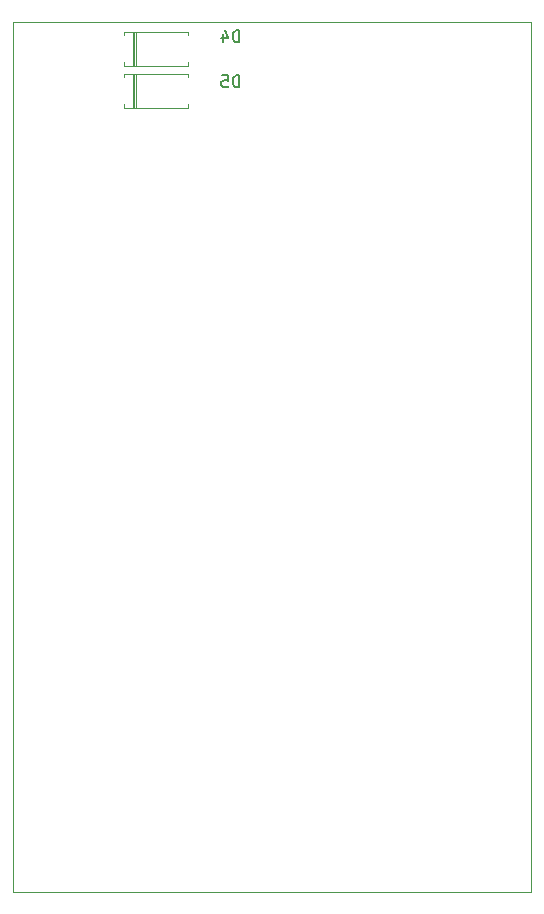
<source format=gbr>
%TF.GenerationSoftware,KiCad,Pcbnew,(5.1.6-0-10_14)*%
%TF.CreationDate,2021-03-30T09:56:54-05:00*%
%TF.ProjectId,bluepill_scsi,626c7565-7069-46c6-9c5f-736373692e6b,rev?*%
%TF.SameCoordinates,Original*%
%TF.FileFunction,Legend,Bot*%
%TF.FilePolarity,Positive*%
%FSLAX46Y46*%
G04 Gerber Fmt 4.6, Leading zero omitted, Abs format (unit mm)*
G04 Created by KiCad (PCBNEW (5.1.6-0-10_14)) date 2021-03-30 09:56:54*
%MOMM*%
%LPD*%
G01*
G04 APERTURE LIST*
%TA.AperFunction,Profile*%
%ADD10C,0.050000*%
%TD*%
%ADD11C,0.120000*%
%ADD12C,0.150000*%
G04 APERTURE END LIST*
D10*
X71755000Y-149225000D02*
X71120000Y-149225000D01*
X71120000Y-147955000D02*
X71120000Y-149225000D01*
X114935000Y-149225000D02*
X71755000Y-149225000D01*
X114935000Y-147955000D02*
X114935000Y-149225000D01*
X114935000Y-75565000D02*
X71120000Y-75565000D01*
X114935000Y-147955000D02*
X114935000Y-75565000D01*
X71120000Y-147955000D02*
X71120000Y-75565000D01*
D11*
%TO.C,D4*%
X80465000Y-78991000D02*
X80465000Y-79321000D01*
X80465000Y-79321000D02*
X85905000Y-79321000D01*
X85905000Y-79321000D02*
X85905000Y-78991000D01*
X80465000Y-76711000D02*
X80465000Y-76381000D01*
X80465000Y-76381000D02*
X85905000Y-76381000D01*
X85905000Y-76381000D02*
X85905000Y-76711000D01*
X81365000Y-79321000D02*
X81365000Y-76381000D01*
X81485000Y-79321000D02*
X81485000Y-76381000D01*
X81245000Y-79321000D02*
X81245000Y-76381000D01*
%TO.C,D5*%
X81245000Y-82877000D02*
X81245000Y-79937000D01*
X81485000Y-82877000D02*
X81485000Y-79937000D01*
X81365000Y-82877000D02*
X81365000Y-79937000D01*
X85905000Y-79937000D02*
X85905000Y-80267000D01*
X80465000Y-79937000D02*
X85905000Y-79937000D01*
X80465000Y-80267000D02*
X80465000Y-79937000D01*
X85905000Y-82877000D02*
X85905000Y-82547000D01*
X80465000Y-82877000D02*
X85905000Y-82877000D01*
X80465000Y-82547000D02*
X80465000Y-82877000D01*
%TD*%
%TO.C,D4*%
D12*
X90273095Y-77287380D02*
X90273095Y-76287380D01*
X90035000Y-76287380D01*
X89892142Y-76335000D01*
X89796904Y-76430238D01*
X89749285Y-76525476D01*
X89701666Y-76715952D01*
X89701666Y-76858809D01*
X89749285Y-77049285D01*
X89796904Y-77144523D01*
X89892142Y-77239761D01*
X90035000Y-77287380D01*
X90273095Y-77287380D01*
X88844523Y-76620714D02*
X88844523Y-77287380D01*
X89082619Y-76239761D02*
X89320714Y-76954047D01*
X88701666Y-76954047D01*
%TO.C,D5*%
X90273095Y-81097380D02*
X90273095Y-80097380D01*
X90035000Y-80097380D01*
X89892142Y-80145000D01*
X89796904Y-80240238D01*
X89749285Y-80335476D01*
X89701666Y-80525952D01*
X89701666Y-80668809D01*
X89749285Y-80859285D01*
X89796904Y-80954523D01*
X89892142Y-81049761D01*
X90035000Y-81097380D01*
X90273095Y-81097380D01*
X88796904Y-80097380D02*
X89273095Y-80097380D01*
X89320714Y-80573571D01*
X89273095Y-80525952D01*
X89177857Y-80478333D01*
X88939761Y-80478333D01*
X88844523Y-80525952D01*
X88796904Y-80573571D01*
X88749285Y-80668809D01*
X88749285Y-80906904D01*
X88796904Y-81002142D01*
X88844523Y-81049761D01*
X88939761Y-81097380D01*
X89177857Y-81097380D01*
X89273095Y-81049761D01*
X89320714Y-81002142D01*
%TD*%
M02*

</source>
